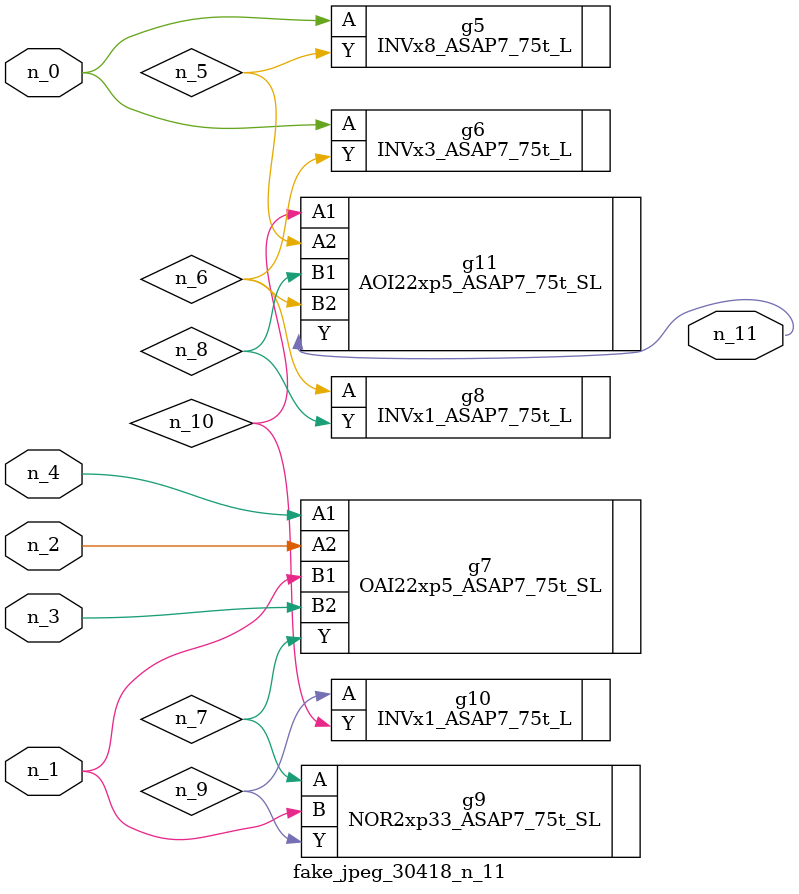
<source format=v>
module fake_jpeg_30418_n_11 (n_3, n_2, n_1, n_0, n_4, n_11);

input n_3;
input n_2;
input n_1;
input n_0;
input n_4;

output n_11;

wire n_10;
wire n_8;
wire n_9;
wire n_6;
wire n_5;
wire n_7;

INVx8_ASAP7_75t_L g5 ( 
.A(n_0),
.Y(n_5)
);

INVx3_ASAP7_75t_L g6 ( 
.A(n_0),
.Y(n_6)
);

OAI22xp5_ASAP7_75t_SL g7 ( 
.A1(n_4),
.A2(n_2),
.B1(n_1),
.B2(n_3),
.Y(n_7)
);

INVx1_ASAP7_75t_L g8 ( 
.A(n_6),
.Y(n_8)
);

NOR2xp33_ASAP7_75t_SL g9 ( 
.A(n_7),
.B(n_1),
.Y(n_9)
);

INVx1_ASAP7_75t_L g10 ( 
.A(n_9),
.Y(n_10)
);

AOI22xp5_ASAP7_75t_SL g11 ( 
.A1(n_10),
.A2(n_5),
.B1(n_8),
.B2(n_6),
.Y(n_11)
);


endmodule
</source>
